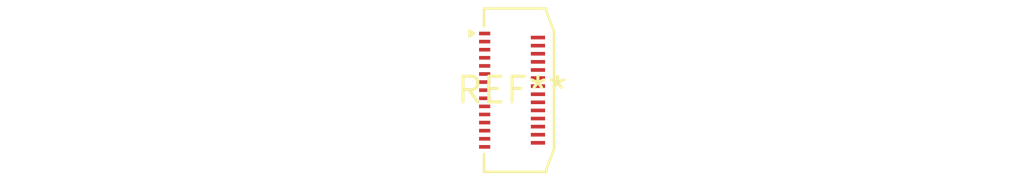
<source format=kicad_pcb>
(kicad_pcb (version 20240108) (generator pcbnew)
  (layers (0 "F.Cu" signal) (31 "B.Cu" signal) (34 "B.Paste" user) (35 "F.Paste" user) (36 "B.SilkS" user "B.Silkscreen") (37 "F.SilkS" user "F.Silkscreen") (38 "B.Mask" user) (39 "F.Mask" user) (44 "Edge.Cuts" user))
  (net 0 "")
  (footprint "JAE_FF0829SA1_2Rows-29Pins_P0.40mm_Horizontal" (layer "F.Cu") (at 0 0)
    (property "Reference" "REF**")
    (property "Value" "JAE_FF0829SA1_2Rows-29Pins_P0.40mm_Horizontal")
    (fp_line (start -2.097132 -2.95) (end -1.885 -2.8) (layer "F.SilkS") (stroke (width 0.12)))
    (fp_line (start -2.097132 -2.65) (end -2.097132 -2.95) (layer "F.SilkS") (stroke (width 0.12)))
    (fp_line (start -1.885 -2.8) (end -2.097132 -2.65) (layer "F.SilkS") (stroke (width 0.12)))
    (fp_line (start -1.385 -4.035) (end 1.685 -4.035) (layer "F.SilkS") (stroke (width 0.12)))
    (fp_line (start -1.385 -3.15) (end -1.385 -4.035) (layer "F.SilkS") (stroke (width 0.12)))
    (fp_line (start -1.385 3.15) (end -1.385 4.035) (layer "F.SilkS") (stroke (width 0.12)))
    (fp_line (start -1.385 4.035) (end 1.685 4.035) (layer "F.SilkS") (stroke (width 0.12)))
    (fp_line (start 1.685 -4.035) (end 1.685 -3.91) (layer "F.SilkS") (stroke (width 0.12)))
    (fp_line (start 1.685 -3.91) (end 2.065 -2.91) (layer "F.SilkS") (stroke (width 0.12)))
    (fp_line (start 1.685 3.91) (end 2.065 2.91) (layer "F.SilkS") (stroke (width 0.12)))
    (fp_line (start 1.685 4.035) (end 1.685 3.91) (layer "F.SilkS") (stroke (width 0.12)))
    (fp_line (start 2.065 -2.91) (end 2.065 0) (layer "F.SilkS") (stroke (width 0.12)))
    (fp_line (start 2.065 2.91) (end 2.065 0) (layer "F.SilkS") (stroke (width 0.12)))
    (pad "1" smd rect (at -1.35 -2.8) (size 0.55 0.18) (layers "F.Cu" "F.Paste" "F.Mask"))
    (pad "2" smd rect (at 1.275 -2.6) (size 0.7 0.18) (layers "F.Cu" "F.Paste" "F.Mask"))
    (pad "3" smd rect (at -1.35 -2.4) (size 0.55 0.18) (layers "F.Cu" "F.Paste" "F.Mask"))
    (pad "4" smd rect (at 1.275 -2.2) (size 0.7 0.18) (layers "F.Cu" "F.Paste" "F.Mask"))
    (pad "5" smd rect (at -1.35 -2) (size 0.55 0.18) (layers "F.Cu" "F.Paste" "F.Mask"))
    (pad "6" smd rect (at 1.275 -1.8) (size 0.7 0.18) (layers "F.Cu" "F.Paste" "F.Mask"))
    (pad "7" smd rect (at -1.35 -1.6) (size 0.55 0.18) (layers "F.Cu" "F.Paste" "F.Mask"))
    (pad "8" smd rect (at 1.275 -1.4) (size 0.7 0.18) (layers "F.Cu" "F.Paste" "F.Mask"))
    (pad "9" smd rect (at -1.35 -1.2) (size 0.55 0.18) (layers "F.Cu" "F.Paste" "F.Mask"))
    (pad "10" smd rect (at 1.275 -1) (size 0.7 0.18) (layers "F.Cu" "F.Paste" "F.Mask"))
    (pad "11" smd rect (at -1.35 -0.8) (size 0.55 0.18) (layers "F.Cu" "F.Paste" "F.Mask"))
    (pad "12" smd rect (at 1.275 -0.6) (size 0.7 0.18) (layers "F.Cu" "F.Paste" "F.Mask"))
    (pad "13" smd rect (at -1.35 -0.4) (size 0.55 0.18) (layers "F.Cu" "F.Paste" "F.Mask"))
    (pad "14" smd rect (at 1.275 -0.2) (size 0.7 0.18) (layers "F.Cu" "F.Paste" "F.Mask"))
    (pad "15" smd rect (at -1.35 0) (size 0.55 0.18) (layers "F.Cu" "F.Paste" "F.Mask"))
    (pad "16" smd rect (at 1.275 0.2) (size 0.7 0.18) (layers "F.Cu" "F.Paste" "F.Mask"))
    (pad "17" smd rect (at -1.35 0.4) (size 0.55 0.18) (layers "F.Cu" "F.Paste" "F.Mask"))
    (pad "18" smd rect (at 1.275 0.6) (size 0.7 0.18) (layers "F.Cu" "F.Paste" "F.Mask"))
    (pad "19" smd rect (at -1.35 0.8) (size 0.55 0.18) (layers "F.Cu" "F.Paste" "F.Mask"))
    (pad "20" smd rect (at 1.275 1) (size 0.7 0.18) (layers "F.Cu" "F.Paste" "F.Mask"))
    (pad "21" smd rect (at -1.35 1.2) (size 0.55 0.18) (layers "F.Cu" "F.Paste" "F.Mask"))
    (pad "22" smd rect (at 1.275 1.4) (size 0.7 0.18) (layers "F.Cu" "F.Paste" "F.Mask"))
    (pad "23" smd rect (at -1.35 1.6) (size 0.55 0.18) (layers "F.Cu" "F.Paste" "F.Mask"))
    (pad "24" smd rect (at 1.275 1.8) (size 0.7 0.18) (layers "F.Cu" "F.Paste" "F.Mask"))
    (pad "25" smd rect (at -1.35 2) (size 0.55 0.18) (layers "F.Cu" "F.Paste" "F.Mask"))
    (pad "26" smd rect (at 1.275 2.2) (size 0.7 0.18) (layers "F.Cu" "F.Paste" "F.Mask"))
    (pad "27" smd rect (at -1.35 2.4) (size 0.55 0.18) (layers "F.Cu" "F.Paste" "F.Mask"))
    (pad "28" smd rect (at 1.275 2.6) (size 0.7 0.18) (layers "F.Cu" "F.Paste" "F.Mask"))
    (pad "29" smd rect (at -1.35 2.8) (size 0.55 0.18) (layers "F.Cu" "F.Paste" "F.Mask"))
  )
)
</source>
